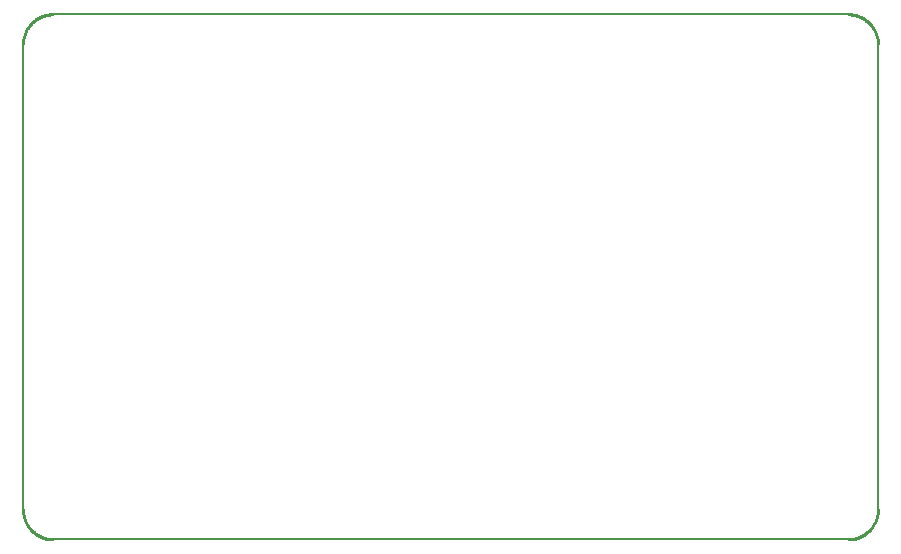
<source format=gko>
*%FSLAX24Y24*%
*%MOIN*%
G01*
%ADD11C,0.0000*%
%ADD12C,0.0040*%
%ADD13C,0.0050*%
%ADD14C,0.0060*%
%ADD15C,0.0073*%
%ADD16C,0.0080*%
%ADD17C,0.0100*%
%ADD18C,0.0120*%
%ADD19C,0.0160*%
%ADD20C,0.0200*%
%ADD21C,0.0200*%
%ADD22C,0.0240*%
%ADD23C,0.0250*%
%ADD24C,0.0300*%
%ADD25C,0.0320*%
%ADD26C,0.0340*%
%ADD27C,0.0360*%
%ADD28C,0.0394*%
%ADD29C,0.0400*%
%ADD30C,0.0434*%
%ADD31C,0.0480*%
%ADD32C,0.0500*%
%ADD33C,0.0520*%
%ADD34C,0.0560*%
%ADD35C,0.0620*%
%ADD36C,0.0650*%
%ADD37C,0.0660*%
%ADD38C,0.0670*%
%ADD39C,0.0680*%
%ADD40C,0.0700*%
%ADD41C,0.0740*%
%ADD42C,0.0827*%
%ADD43C,0.0850*%
%ADD44C,0.0870*%
%ADD45C,0.1000*%
%ADD46C,0.1040*%
%ADD47C,0.1250*%
%ADD48C,0.1600*%
%ADD49C,0.1640*%
%ADD50C,0.2250*%
%ADD51R,0.0400X0.0400*%
%ADD52R,0.0400X0.0500*%
%ADD53R,0.0440X0.0540*%
%ADD54R,0.0450X0.0300*%
%ADD55R,0.0500X0.0400*%
%ADD56R,0.0500X0.0500*%
%ADD57R,0.0500X0.0600*%
%ADD58R,0.0540X0.0440*%
%ADD59R,0.0600X0.0500*%
%ADD60R,0.0600X0.0600*%
%ADD61R,0.0600X0.0700*%
%ADD62R,0.0640X0.0640*%
%ADD63R,0.0640X0.0740*%
%ADD64R,0.0700X0.0600*%
%ADD65R,0.0700X0.0700*%
%ADD66R,0.0740X0.0640*%
%ADD67R,0.0740X0.0740*%
%ADD68R,0.1000X0.1000*%
%ADD69R,0.1000X0.1000*%
%ADD70R,0.1040X0.1040*%
D16*
X25220Y32870D02*
Y48370D01*
X53720D02*
Y32870D01*
X52720Y49370D02*
X26220D01*
Y31870D02*
X52720D01*
D17*
X53720Y48370D02*
X53719Y48403D01*
X53718Y48435D01*
X53715Y48468D01*
X53711Y48501D01*
X53707Y48533D01*
X53701Y48565D01*
X53694Y48597D01*
X53686Y48629D01*
X53677Y48660D01*
X53667Y48691D01*
X53656Y48722D01*
X53644Y48753D01*
X53631Y48783D01*
X53617Y48812D01*
X53602Y48841D01*
X53586Y48870D01*
X53569Y48898D01*
X53551Y48926D01*
X53533Y48952D01*
X53513Y48979D01*
X53493Y49004D01*
X53472Y49029D01*
X53450Y49054D01*
X53427Y49077D01*
X53404Y49100D01*
X53379Y49122D01*
X53354Y49143D01*
X53329Y49163D01*
X53302Y49183D01*
X53276Y49201D01*
X53248Y49219D01*
X53220Y49236D01*
X53191Y49252D01*
X53162Y49267D01*
X53133Y49281D01*
X53103Y49294D01*
X53072Y49306D01*
X53041Y49317D01*
X53010Y49327D01*
X52979Y49336D01*
X52947Y49344D01*
X52915Y49351D01*
X52883Y49357D01*
X52851Y49361D01*
X52818Y49365D01*
X52785Y49368D01*
X52753Y49369D01*
X52720Y49370D01*
X53720Y32870D02*
X53719Y32837D01*
X53718Y32805D01*
X53715Y32772D01*
X53711Y32739D01*
X53707Y32707D01*
X53701Y32675D01*
X53694Y32643D01*
X53686Y32611D01*
X53677Y32580D01*
X53667Y32549D01*
X53656Y32518D01*
X53644Y32487D01*
X53631Y32457D01*
X53617Y32428D01*
X53602Y32399D01*
X53586Y32370D01*
X53569Y32342D01*
X53551Y32314D01*
X53533Y32288D01*
X53513Y32261D01*
X53493Y32236D01*
X53472Y32211D01*
X53450Y32186D01*
X53427Y32163D01*
X53404Y32140D01*
X53379Y32118D01*
X53354Y32097D01*
X53329Y32077D01*
X53302Y32057D01*
X53276Y32039D01*
X53248Y32021D01*
X53220Y32004D01*
X53191Y31988D01*
X53162Y31973D01*
X53133Y31959D01*
X53103Y31946D01*
X53072Y31934D01*
X53041Y31923D01*
X53010Y31913D01*
X52979Y31904D01*
X52947Y31896D01*
X52915Y31889D01*
X52883Y31883D01*
X52851Y31879D01*
X52818Y31875D01*
X52785Y31872D01*
X52753Y31871D01*
X52720Y31870D01*
X26220Y49370D02*
X26187Y49369D01*
X26155Y49368D01*
X26122Y49365D01*
X26089Y49361D01*
X26057Y49357D01*
X26025Y49351D01*
X25993Y49344D01*
X25961Y49336D01*
X25930Y49327D01*
X25899Y49317D01*
X25868Y49306D01*
X25837Y49294D01*
X25807Y49281D01*
X25778Y49267D01*
X25749Y49252D01*
X25720Y49236D01*
X25692Y49219D01*
X25664Y49201D01*
X25638Y49183D01*
X25611Y49163D01*
X25586Y49143D01*
X25561Y49122D01*
X25536Y49100D01*
X25513Y49077D01*
X25490Y49054D01*
X25468Y49029D01*
X25447Y49004D01*
X25427Y48979D01*
X25407Y48952D01*
X25389Y48926D01*
X25371Y48898D01*
X25354Y48870D01*
X25338Y48841D01*
X25323Y48812D01*
X25309Y48783D01*
X25296Y48753D01*
X25284Y48722D01*
X25273Y48691D01*
X25263Y48660D01*
X25254Y48629D01*
X25246Y48597D01*
X25239Y48565D01*
X25233Y48533D01*
X25229Y48501D01*
X25225Y48468D01*
X25222Y48435D01*
X25221Y48403D01*
X25220Y48370D01*
Y32870D02*
X25221Y32837D01*
X25222Y32805D01*
X25225Y32772D01*
X25229Y32739D01*
X25233Y32707D01*
X25239Y32675D01*
X25246Y32643D01*
X25254Y32611D01*
X25263Y32580D01*
X25273Y32549D01*
X25284Y32518D01*
X25296Y32487D01*
X25309Y32457D01*
X25323Y32428D01*
X25338Y32399D01*
X25354Y32370D01*
X25371Y32342D01*
X25389Y32314D01*
X25407Y32288D01*
X25427Y32261D01*
X25447Y32236D01*
X25468Y32211D01*
X25490Y32186D01*
X25513Y32163D01*
X25536Y32140D01*
X25561Y32118D01*
X25586Y32097D01*
X25611Y32077D01*
X25638Y32057D01*
X25664Y32039D01*
X25692Y32021D01*
X25720Y32004D01*
X25749Y31988D01*
X25778Y31973D01*
X25807Y31959D01*
X25837Y31946D01*
X25868Y31934D01*
X25899Y31923D01*
X25930Y31913D01*
X25961Y31904D01*
X25993Y31896D01*
X26025Y31889D01*
X26057Y31883D01*
X26089Y31879D01*
X26122Y31875D01*
X26155Y31872D01*
X26187Y31871D01*
X26220Y31870D01*
D02*
M02*

</source>
